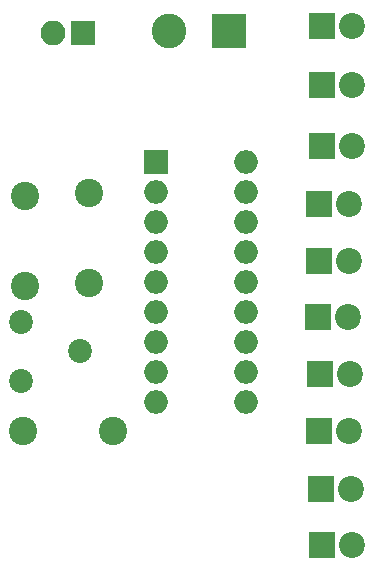
<source format=gbr>
%TF.GenerationSoftware,KiCad,Pcbnew,(5.1.6)-1*%
%TF.CreationDate,2020-09-07T11:54:29+05:30*%
%TF.ProjectId,LM3914,4c4d3339-3134-42e6-9b69-6361645f7063,rev?*%
%TF.SameCoordinates,Original*%
%TF.FileFunction,Soldermask,Bot*%
%TF.FilePolarity,Negative*%
%FSLAX46Y46*%
G04 Gerber Fmt 4.6, Leading zero omitted, Abs format (unit mm)*
G04 Created by KiCad (PCBNEW (5.1.6)-1) date 2020-09-07 11:54:29*
%MOMM*%
%LPD*%
G01*
G04 APERTURE LIST*
%ADD10C,2.020000*%
%ADD11R,2.200000X2.200000*%
%ADD12C,2.200000*%
%ADD13R,2.940000X2.940000*%
%ADD14C,2.940000*%
%ADD15R,2.000000X2.000000*%
%ADD16O,2.000000X2.000000*%
%ADD17R,2.100000X2.100000*%
%ADD18O,2.100000X2.100000*%
%ADD19C,2.398980*%
G04 APERTURE END LIST*
D10*
%TO.C,10k1*%
X157734000Y-118342400D03*
X162734000Y-120842400D03*
X157734000Y-123342400D03*
%TD*%
D11*
%TO.C,D1*%
X183210200Y-137287000D03*
D12*
X185750200Y-137287000D03*
%TD*%
D11*
%TO.C,D2*%
X183134000Y-132486400D03*
D12*
X185674000Y-132486400D03*
%TD*%
D11*
%TO.C,D3*%
X182981600Y-127635000D03*
D12*
X185521600Y-127635000D03*
%TD*%
D11*
%TO.C,D4*%
X183057800Y-122809000D03*
D12*
X185597800Y-122809000D03*
%TD*%
D11*
%TO.C,D5*%
X182930800Y-117957600D03*
D12*
X185470800Y-117957600D03*
%TD*%
D11*
%TO.C,D6*%
X182981600Y-113207800D03*
D12*
X185521600Y-113207800D03*
%TD*%
D11*
%TO.C,D7*%
X182956200Y-108381800D03*
D12*
X185496200Y-108381800D03*
%TD*%
D11*
%TO.C,D8*%
X183210200Y-103505000D03*
D12*
X185750200Y-103505000D03*
%TD*%
D11*
%TO.C,D9*%
X183261000Y-98298000D03*
D12*
X185801000Y-98298000D03*
%TD*%
D11*
%TO.C,D10*%
X183261000Y-93345000D03*
D12*
X185801000Y-93345000D03*
%TD*%
D13*
%TO.C,GND VCC*%
X175361600Y-93776800D03*
D14*
X170281600Y-93776800D03*
%TD*%
D15*
%TO.C,IC1*%
X169168201Y-104854200D03*
D16*
X176788201Y-125174200D03*
X169168201Y-107394200D03*
X176788201Y-122634200D03*
X169168201Y-109934200D03*
X176788201Y-120094200D03*
X169168201Y-112474200D03*
X176788201Y-117554200D03*
X169168201Y-115014200D03*
X176788201Y-115014200D03*
X169168201Y-117554200D03*
X176788201Y-112474200D03*
X169168201Y-120094200D03*
X176788201Y-109934200D03*
X169168201Y-122634200D03*
X176788201Y-107394200D03*
X169168201Y-125174200D03*
X176788201Y-104854200D03*
%TD*%
D17*
%TO.C,JUMPER*%
X162991800Y-93878400D03*
D18*
X160451800Y-93878400D03*
%TD*%
D19*
%TO.C,R1*%
X165557200Y-127635000D03*
X157937200Y-127635000D03*
%TD*%
%TO.C,R2*%
X163499800Y-115112800D03*
X163499800Y-107492800D03*
%TD*%
%TO.C,R3*%
X158089600Y-115366800D03*
X158089600Y-107746800D03*
%TD*%
M02*

</source>
